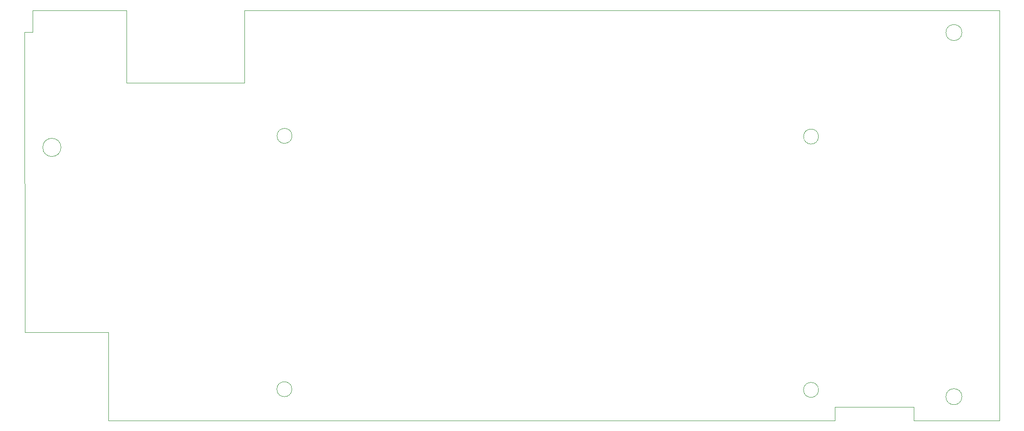
<source format=gbr>
%TF.GenerationSoftware,KiCad,Pcbnew,8.0.3*%
%TF.CreationDate,2024-11-03T21:09:02+01:00*%
%TF.ProjectId,IIsi_ATX,49497369-5f41-4545-982e-6b696361645f,rev?*%
%TF.SameCoordinates,Original*%
%TF.FileFunction,Profile,NP*%
%FSLAX46Y46*%
G04 Gerber Fmt 4.6, Leading zero omitted, Abs format (unit mm)*
G04 Created by KiCad (PCBNEW 8.0.3) date 2024-11-03 21:09:02*
%MOMM*%
%LPD*%
G01*
G04 APERTURE LIST*
%TA.AperFunction,Profile*%
%ADD10C,0.100000*%
%TD*%
G04 APERTURE END LIST*
D10*
X73362800Y-110959330D02*
X57775840Y-110954330D01*
X107650000Y-74250000D02*
G75*
G02*
X104850000Y-74250000I-1400000J0D01*
G01*
X104850000Y-74250000D02*
G75*
G02*
X107650000Y-74250000I1400000J0D01*
G01*
X76785840Y-50804520D02*
X76785840Y-64350330D01*
X208992840Y-127469330D02*
X73355130Y-127469330D01*
X59259840Y-50804330D02*
X76785840Y-50804520D01*
X107625000Y-121625000D02*
G75*
G02*
X104825000Y-121625000I-1400000J0D01*
G01*
X104825000Y-121625000D02*
G75*
G02*
X107625000Y-121625000I1400000J0D01*
G01*
X205950000Y-121750000D02*
G75*
G02*
X203150000Y-121750000I-1400000J0D01*
G01*
X203150000Y-121750000D02*
G75*
G02*
X205950000Y-121750000I1400000J0D01*
G01*
X208992840Y-124929330D02*
X208992840Y-127469330D01*
X232725000Y-54925000D02*
G75*
G02*
X229725000Y-54925000I-1500000J0D01*
G01*
X229725000Y-54925000D02*
G75*
G02*
X232725000Y-54925000I1500000J0D01*
G01*
X205950000Y-74375000D02*
G75*
G02*
X203150000Y-74375000I-1400000J0D01*
G01*
X203150000Y-74375000D02*
G75*
G02*
X205950000Y-74375000I1400000J0D01*
G01*
X232725000Y-123025000D02*
G75*
G02*
X229725000Y-123025000I-1500000J0D01*
G01*
X229725000Y-123025000D02*
G75*
G02*
X232725000Y-123025000I1500000J0D01*
G01*
X59259840Y-54825330D02*
X59259840Y-50804330D01*
X223724840Y-127469330D02*
X223724890Y-124929330D01*
X57735840Y-54825330D02*
X59259840Y-54825330D01*
X223724890Y-124929330D02*
X208992840Y-124929330D01*
X64516000Y-76403200D02*
G75*
G02*
X61112400Y-76403200I-1701800J0D01*
G01*
X61112400Y-76403200D02*
G75*
G02*
X64516000Y-76403200I1701800J0D01*
G01*
X76785840Y-64350330D02*
X98756840Y-64350330D01*
X98756840Y-50779330D02*
X239726840Y-50824830D01*
X239726840Y-127469330D02*
X223724840Y-127469330D01*
X239726840Y-50824830D02*
X239726840Y-127469330D01*
X57775840Y-110954330D02*
X57735840Y-54825330D01*
X73355130Y-127469330D02*
X73362800Y-110959330D01*
X98756840Y-64350330D02*
X98756840Y-50779330D01*
M02*

</source>
